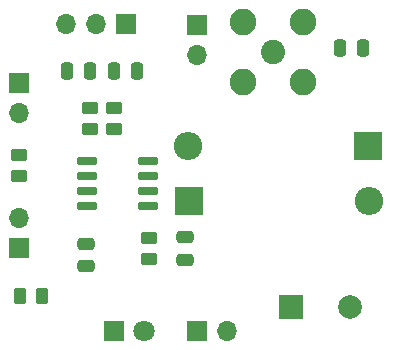
<source format=gbr>
%TF.GenerationSoftware,KiCad,Pcbnew,5.99.0-unknown-34fb55dc9c~93~ubuntu20.04.1*%
%TF.CreationDate,2020-12-20T23:19:59+03:00*%
%TF.ProjectId,uhf_detector,7568665f-6465-4746-9563-746f722e6b69,rev?*%
%TF.SameCoordinates,Original*%
%TF.FileFunction,Soldermask,Top*%
%TF.FilePolarity,Negative*%
%FSLAX46Y46*%
G04 Gerber Fmt 4.6, Leading zero omitted, Abs format (unit mm)*
G04 Created by KiCad (PCBNEW 5.99.0-unknown-34fb55dc9c~93~ubuntu20.04.1) date 2020-12-20 23:19:59*
%MOMM*%
%LPD*%
G01*
G04 APERTURE LIST*
G04 Aperture macros list*
%AMRoundRect*
0 Rectangle with rounded corners*
0 $1 Rounding radius*
0 $2 $3 $4 $5 $6 $7 $8 $9 X,Y pos of 4 corners*
0 Add a 4 corners polygon primitive as box body*
4,1,4,$2,$3,$4,$5,$6,$7,$8,$9,$2,$3,0*
0 Add four circle primitives for the rounded corners*
1,1,$1+$1,$2,$3,0*
1,1,$1+$1,$4,$5,0*
1,1,$1+$1,$6,$7,0*
1,1,$1+$1,$8,$9,0*
0 Add four rect primitives between the rounded corners*
20,1,$1+$1,$2,$3,$4,$5,0*
20,1,$1+$1,$4,$5,$6,$7,0*
20,1,$1+$1,$6,$7,$8,$9,0*
20,1,$1+$1,$8,$9,$2,$3,0*%
G04 Aperture macros list end*
%ADD10RoundRect,0.250000X-0.450000X0.262500X-0.450000X-0.262500X0.450000X-0.262500X0.450000X0.262500X0*%
%ADD11O,1.700000X1.700000*%
%ADD12R,1.700000X1.700000*%
%ADD13C,2.000000*%
%ADD14R,2.000000X2.000000*%
%ADD15RoundRect,0.150000X0.725000X0.150000X-0.725000X0.150000X-0.725000X-0.150000X0.725000X-0.150000X0*%
%ADD16RoundRect,0.250000X0.262500X0.450000X-0.262500X0.450000X-0.262500X-0.450000X0.262500X-0.450000X0*%
%ADD17RoundRect,0.250000X0.450000X-0.262500X0.450000X0.262500X-0.450000X0.262500X-0.450000X-0.262500X0*%
%ADD18C,2.250000*%
%ADD19C,2.050000*%
%ADD20C,1.800000*%
%ADD21R,1.800000X1.800000*%
%ADD22O,2.400000X2.400000*%
%ADD23R,2.400000X2.400000*%
%ADD24RoundRect,0.250000X0.250000X0.475000X-0.250000X0.475000X-0.250000X-0.475000X0.250000X-0.475000X0*%
%ADD25RoundRect,0.250000X-0.250000X-0.475000X0.250000X-0.475000X0.250000X0.475000X-0.250000X0.475000X0*%
%ADD26RoundRect,0.250000X-0.475000X0.250000X-0.475000X-0.250000X0.475000X-0.250000X0.475000X0.250000X0*%
G04 APERTURE END LIST*
D10*
%TO.C,R5*%
X32000000Y-45912500D03*
X32000000Y-44087500D03*
%TD*%
D11*
%TO.C,J6*%
X41540000Y-63000000D03*
D12*
X39000000Y-63000000D03*
%TD*%
D13*
%TO.C,C2*%
X52000000Y-61000000D03*
D14*
X47000000Y-61000000D03*
%TD*%
D11*
%TO.C,J5*%
X39000000Y-39590000D03*
D12*
X39000000Y-37050000D03*
%TD*%
D15*
%TO.C,U1*%
X29725000Y-52405000D03*
X29725000Y-51135000D03*
X29725000Y-49865000D03*
X29725000Y-48595000D03*
X34875000Y-48595000D03*
X34875000Y-49865000D03*
X34875000Y-51135000D03*
X34875000Y-52405000D03*
%TD*%
D16*
%TO.C,R4*%
X24087500Y-60000000D03*
X25912500Y-60000000D03*
%TD*%
D10*
%TO.C,R3*%
X24000000Y-49912500D03*
X24000000Y-48087500D03*
%TD*%
%TO.C,R2*%
X35000000Y-56912500D03*
X35000000Y-55087500D03*
%TD*%
D17*
%TO.C,R1*%
X30000000Y-44087500D03*
X30000000Y-45912500D03*
%TD*%
D18*
%TO.C,J4*%
X42920000Y-41900000D03*
X42920000Y-36820000D03*
X48000000Y-36820000D03*
X48000000Y-41900000D03*
D19*
X45460000Y-39360000D03*
%TD*%
D11*
%TO.C,J3*%
X27920000Y-37000000D03*
X30460000Y-37000000D03*
D12*
X33000000Y-37000000D03*
%TD*%
D11*
%TO.C,J2*%
X24000000Y-53460000D03*
D12*
X24000000Y-56000000D03*
%TD*%
D11*
%TO.C,J1*%
X24000000Y-44540000D03*
D12*
X24000000Y-42000000D03*
%TD*%
D20*
%TO.C,D3*%
X34540000Y-63000000D03*
D21*
X32000000Y-63000000D03*
%TD*%
D22*
%TO.C,D2*%
X53640000Y-52000000D03*
D23*
X38400000Y-52000000D03*
%TD*%
D22*
%TO.C,D1*%
X38310000Y-47300000D03*
D23*
X53550000Y-47300000D03*
%TD*%
D24*
%TO.C,C6*%
X32050000Y-41000000D03*
X33950000Y-41000000D03*
%TD*%
D25*
%TO.C,C5*%
X29950000Y-41000000D03*
X28050000Y-41000000D03*
%TD*%
D26*
%TO.C,C4*%
X29600000Y-57500000D03*
X29600000Y-55600000D03*
%TD*%
%TO.C,C3*%
X38000000Y-56950000D03*
X38000000Y-55050000D03*
%TD*%
D25*
%TO.C,C1*%
X53050000Y-39000000D03*
X51150000Y-39000000D03*
%TD*%
M02*

</source>
